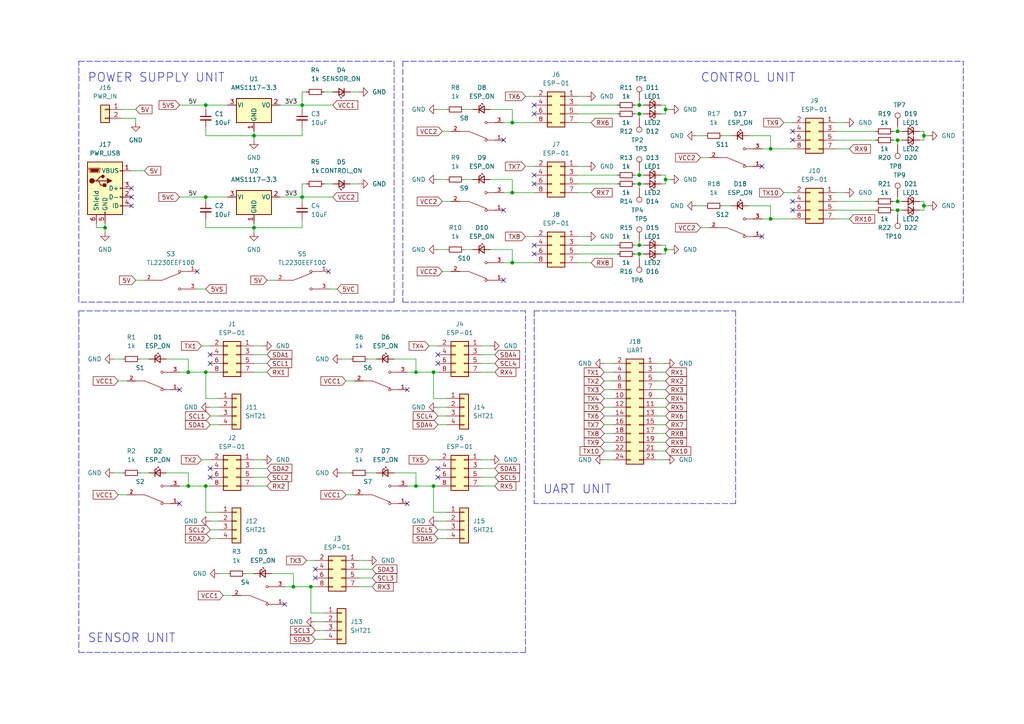
<source format=kicad_sch>
(kicad_sch (version 20211123) (generator eeschema)
  (paper "A4")
  (title_block (title "ESP test board") (date "2022-11-15") (rev "1.0") (company "Paweł Jagowdzik") (comment 1 "IN PROGRESS") (comment 2 "IN PROGRESS") (comment 3 "IN PROGRESS") (comment 4 "IN PROGRESS"))
  (junction (at 185.42 71.12))
  (junction (at 193.04 31.75))
  (junction (at 73.66 39.37))
  (junction (at 267.97 59.69))
  (junction (at 54.61 107.95))
  (junction (at 193.04 72.39))
  (junction (at 120.65 107.95))
  (junction (at 185.42 50.8))
  (junction (at 267.97 39.37))
  (junction (at 59.69 140.97))
  (junction (at 54.61 140.97))
  (junction (at 87.63 30.48))
  (junction (at 59.69 57.15))
  (junction (at 30.48 66.04))
  (junction (at 85.09 170.18))
  (junction (at 260.35 40.64))
  (junction (at 148.59 35.56))
  (junction (at 125.73 140.97))
  (junction (at 120.65 140.97))
  (junction (at 185.42 73.66))
  (junction (at 193.04 52.07))
  (junction (at 125.73 107.95))
  (junction (at 260.35 58.42))
  (junction (at 260.35 38.1))
  (junction (at 90.17 170.18))
  (junction (at 148.59 55.88))
  (junction (at 73.66 66.04))
  (junction (at 260.35 60.96))
  (junction (at 59.69 30.48))
  (junction (at 185.42 53.34))
  (junction (at 223.52 43.18))
  (junction (at 185.42 30.48))
  (junction (at 185.42 33.02))
  (junction (at 59.69 107.95))
  (junction (at 223.52 63.5))
  (junction (at 148.59 76.2))
  (junction (at 87.63 57.15))
  (no_connect (at 91.44 165.1))
  (no_connect (at 60.96 102.87))
  (no_connect (at 220.98 48.26))
  (no_connect (at 118.11 113.03))
  (no_connect (at 229.87 40.64))
  (no_connect (at 220.98 68.58))
  (no_connect (at 146.05 60.96))
  (no_connect (at 60.96 105.41))
  (no_connect (at 127 102.87))
  (no_connect (at 82.55 175.26))
  (no_connect (at 146.05 81.28))
  (no_connect (at 60.96 135.89))
  (no_connect (at 229.87 58.42))
  (no_connect (at 52.07 146.05))
  (no_connect (at 38.1 59.69))
  (no_connect (at 127 138.43))
  (no_connect (at 118.11 146.05))
  (no_connect (at 146.05 40.64))
  (no_connect (at 229.87 60.96))
  (no_connect (at 127 135.89))
  (no_connect (at 38.1 57.15))
  (no_connect (at 52.07 113.03))
  (no_connect (at 91.44 167.64))
  (no_connect (at 154.94 71.12))
  (no_connect (at 154.94 73.66))
  (no_connect (at 57.15 78.74))
  (no_connect (at 154.94 33.02))
  (no_connect (at 229.87 38.1))
  (no_connect (at 95.25 78.74))
  (no_connect (at 154.94 50.8))
  (no_connect (at 127 105.41))
  (no_connect (at 60.96 138.43))
  (no_connect (at 154.94 53.34))
  (no_connect (at 38.1 54.61))
  (no_connect (at 154.94 30.48))
  (wire (pts (xy 260.35 38.1) (xy 261.62 38.1)))
  (wire (pts (xy 66.04 57.15) (xy 59.69 57.15)))
  (wire (pts (xy 73.66 107.95) (xy 77.47 107.95)))
  (wire (pts (xy 142.24 31.75) (xy 148.59 31.75)))
  (wire (pts (xy 193.04 50.8) (xy 193.04 52.07)))
  (wire (pts (xy 91.44 180.34) (xy 93.98 180.34)))
  (wire (pts (xy 242.57 35.56) (xy 245.11 35.56)))
  (wire (pts (xy 52.07 140.97) (xy 54.61 140.97)))
  (wire (pts (xy 201.93 59.69) (xy 204.47 59.69)))
  (wire (pts (xy 259.08 58.42) (xy 260.35 58.42)))
  (wire (pts (xy 73.66 38.1) (xy 73.66 39.37)))
  (wire (pts (xy 59.69 107.95) (xy 60.96 107.95)))
  (wire (pts (xy 142.24 72.39) (xy 148.59 72.39)))
  (wire (pts (xy 223.52 63.5) (xy 229.87 63.5)))
  (wire (pts (xy 73.66 133.35) (xy 76.2 133.35)))
  (wire (pts (xy 193.04 73.66) (xy 191.77 73.66)))
  (wire (pts (xy 259.08 60.96) (xy 260.35 60.96)))
  (wire (pts (xy 193.04 31.75) (xy 193.04 33.02)))
  (wire (pts (xy 167.64 55.88) (xy 171.45 55.88)))
  (wire (pts (xy 85.09 170.18) (xy 90.17 170.18)))
  (wire (pts (xy 127 31.75) (xy 129.54 31.75)))
  (wire (pts (xy 185.42 49.53) (xy 185.42 50.8)))
  (wire (pts (xy 104.14 167.64) (xy 107.95 167.64)))
  (wire (pts (xy 87.63 26.67) (xy 88.9 26.67)))
  (wire (pts (xy 259.08 38.1) (xy 260.35 38.1)))
  (wire (pts (xy 40.64 137.16) (xy 43.18 137.16)))
  (wire (pts (xy 91.44 182.88) (xy 93.98 182.88)))
  (wire (pts (xy 27.94 66.04) (xy 30.48 66.04)))
  (wire (pts (xy 59.69 63.5) (xy 59.69 66.04)))
  (wire (pts (xy 148.59 35.56) (xy 154.94 35.56)))
  (wire (pts (xy 139.7 140.97) (xy 143.51 140.97)))
  (wire (pts (xy 33.02 104.14) (xy 35.56 104.14)))
  (wire (pts (xy 124.46 133.35) (xy 127 133.35)))
  (wire (pts (xy 125.73 115.57) (xy 125.73 107.95)))
  (wire (pts (xy 35.56 31.75) (xy 39.37 31.75)))
  (wire (pts (xy 209.55 59.69) (xy 212.09 59.69)))
  (wire (pts (xy 73.66 105.41) (xy 77.47 105.41)))
  (polyline (pts (xy 22.86 90.17) (xy 152.4 90.17)))
  (wire (pts (xy 118.11 107.95) (xy 120.65 107.95)))
  (wire (pts (xy 185.42 53.34) (xy 186.69 53.34)))
  (wire (pts (xy 87.63 30.48) (xy 87.63 31.75)))
  (wire (pts (xy 59.69 39.37) (xy 73.66 39.37)))
  (wire (pts (xy 100.33 143.51) (xy 102.87 143.51)))
  (wire (pts (xy 227.33 35.56) (xy 229.87 35.56)))
  (wire (pts (xy 167.64 76.2) (xy 171.45 76.2)))
  (wire (pts (xy 59.69 66.04) (xy 73.66 66.04)))
  (wire (pts (xy 93.98 26.67) (xy 96.52 26.67)))
  (wire (pts (xy 260.35 57.15) (xy 260.35 58.42)))
  (wire (pts (xy 52.07 107.95) (xy 54.61 107.95)))
  (wire (pts (xy 104.14 162.56) (xy 106.68 162.56)))
  (wire (pts (xy 190.5 120.65) (xy 193.04 120.65)))
  (wire (pts (xy 73.66 66.04) (xy 73.66 67.31)))
  (wire (pts (xy 190.5 107.95) (xy 193.04 107.95)))
  (wire (pts (xy 185.42 69.85) (xy 185.42 71.12)))
  (wire (pts (xy 167.64 53.34) (xy 179.07 53.34)))
  (wire (pts (xy 223.52 39.37) (xy 223.52 43.18)))
  (polyline (pts (xy 116.84 87.63) (xy 279.4 87.63)))
  (wire (pts (xy 242.57 40.64) (xy 254 40.64)))
  (wire (pts (xy 193.04 71.12) (xy 193.04 72.39)))
  (wire (pts (xy 73.66 100.33) (xy 76.2 100.33)))
  (wire (pts (xy 95.25 83.82) (xy 97.79 83.82)))
  (wire (pts (xy 39.37 34.29) (xy 39.37 35.56)))
  (wire (pts (xy 106.68 137.16) (xy 109.22 137.16)))
  (wire (pts (xy 34.29 110.49) (xy 36.83 110.49)))
  (wire (pts (xy 267.97 39.37) (xy 267.97 40.64)))
  (wire (pts (xy 185.42 73.66) (xy 185.42 74.93)))
  (wire (pts (xy 59.69 57.15) (xy 59.69 58.42)))
  (wire (pts (xy 30.48 64.77) (xy 30.48 66.04)))
  (wire (pts (xy 203.2 45.72) (xy 205.74 45.72)))
  (wire (pts (xy 120.65 107.95) (xy 125.73 107.95)))
  (wire (pts (xy 93.98 53.34) (xy 96.52 53.34)))
  (wire (pts (xy 193.04 72.39) (xy 193.04 73.66)))
  (polyline (pts (xy 279.4 87.63) (xy 279.4 17.78)))
  (wire (pts (xy 134.62 52.07) (xy 137.16 52.07)))
  (wire (pts (xy 85.09 166.37) (xy 85.09 170.18)))
  (wire (pts (xy 48.26 104.14) (xy 54.61 104.14)))
  (polyline (pts (xy 152.4 189.23) (xy 152.4 90.17)))
  (wire (pts (xy 193.04 53.34) (xy 191.77 53.34)))
  (polyline (pts (xy 114.3 17.78) (xy 114.3 87.63)))
  (wire (pts (xy 217.17 59.69) (xy 223.52 59.69)))
  (wire (pts (xy 78.74 166.37) (xy 85.09 166.37)))
  (wire (pts (xy 175.26 107.95) (xy 177.8 107.95)))
  (wire (pts (xy 152.4 68.58) (xy 154.94 68.58)))
  (wire (pts (xy 139.7 105.41) (xy 143.51 105.41)))
  (wire (pts (xy 190.5 110.49) (xy 193.04 110.49)))
  (wire (pts (xy 60.96 151.13) (xy 63.5 151.13)))
  (wire (pts (xy 266.7 38.1) (xy 267.97 38.1)))
  (wire (pts (xy 193.04 31.75) (xy 194.31 31.75)))
  (wire (pts (xy 267.97 58.42) (xy 267.97 59.69)))
  (wire (pts (xy 73.66 102.87) (xy 77.47 102.87)))
  (wire (pts (xy 87.63 57.15) (xy 87.63 53.34)))
  (wire (pts (xy 63.5 115.57) (xy 59.69 115.57)))
  (wire (pts (xy 152.4 27.94) (xy 154.94 27.94)))
  (wire (pts (xy 167.64 30.48) (xy 179.07 30.48)))
  (wire (pts (xy 267.97 60.96) (xy 266.7 60.96)))
  (wire (pts (xy 184.15 50.8) (xy 185.42 50.8)))
  (wire (pts (xy 148.59 76.2) (xy 154.94 76.2)))
  (wire (pts (xy 87.63 53.34) (xy 88.9 53.34)))
  (wire (pts (xy 167.64 35.56) (xy 171.45 35.56)))
  (wire (pts (xy 73.66 66.04) (xy 87.63 66.04)))
  (wire (pts (xy 73.66 64.77) (xy 73.66 66.04)))
  (wire (pts (xy 87.63 30.48) (xy 96.52 30.48)))
  (wire (pts (xy 104.14 170.18) (xy 107.95 170.18)))
  (wire (pts (xy 148.59 55.88) (xy 154.94 55.88)))
  (wire (pts (xy 184.15 71.12) (xy 185.42 71.12)))
  (wire (pts (xy 139.7 135.89) (xy 143.51 135.89)))
  (wire (pts (xy 148.59 72.39) (xy 148.59 76.2)))
  (wire (pts (xy 260.35 40.64) (xy 261.62 40.64)))
  (wire (pts (xy 118.11 140.97) (xy 120.65 140.97)))
  (polyline (pts (xy 22.86 189.23) (xy 152.4 189.23)))
  (wire (pts (xy 201.93 39.37) (xy 204.47 39.37)))
  (wire (pts (xy 148.59 52.07) (xy 148.59 55.88)))
  (wire (pts (xy 175.26 125.73) (xy 177.8 125.73)))
  (wire (pts (xy 38.1 49.53) (xy 41.91 49.53)))
  (wire (pts (xy 167.64 33.02) (xy 179.07 33.02)))
  (wire (pts (xy 125.73 107.95) (xy 127 107.95)))
  (wire (pts (xy 58.42 100.33) (xy 60.96 100.33)))
  (wire (pts (xy 260.35 36.83) (xy 260.35 38.1)))
  (wire (pts (xy 73.66 140.97) (xy 77.47 140.97)))
  (wire (pts (xy 220.98 63.5) (xy 223.52 63.5)))
  (wire (pts (xy 63.5 166.37) (xy 66.04 166.37)))
  (wire (pts (xy 193.04 33.02) (xy 191.77 33.02)))
  (wire (pts (xy 48.26 137.16) (xy 54.61 137.16)))
  (wire (pts (xy 242.57 60.96) (xy 254 60.96)))
  (wire (pts (xy 139.7 107.95) (xy 143.51 107.95)))
  (wire (pts (xy 125.73 140.97) (xy 127 140.97)))
  (wire (pts (xy 82.55 170.18) (xy 85.09 170.18)))
  (wire (pts (xy 259.08 40.64) (xy 260.35 40.64)))
  (wire (pts (xy 128.27 58.42) (xy 130.81 58.42)))
  (wire (pts (xy 91.44 185.42) (xy 93.98 185.42)))
  (wire (pts (xy 127 52.07) (xy 129.54 52.07)))
  (wire (pts (xy 73.66 39.37) (xy 87.63 39.37)))
  (wire (pts (xy 190.5 133.35) (xy 193.04 133.35)))
  (wire (pts (xy 152.4 48.26) (xy 154.94 48.26)))
  (wire (pts (xy 27.94 64.77) (xy 27.94 66.04)))
  (wire (pts (xy 139.7 100.33) (xy 142.24 100.33)))
  (polyline (pts (xy 213.36 146.05) (xy 154.94 146.05)))
  (wire (pts (xy 134.62 72.39) (xy 137.16 72.39)))
  (polyline (pts (xy 116.84 17.78) (xy 116.84 87.63)))
  (wire (pts (xy 167.64 27.94) (xy 170.18 27.94)))
  (wire (pts (xy 223.52 59.69) (xy 223.52 63.5)))
  (wire (pts (xy 100.33 110.49) (xy 102.87 110.49)))
  (wire (pts (xy 242.57 63.5) (xy 246.38 63.5)))
  (wire (pts (xy 175.26 110.49) (xy 177.8 110.49)))
  (wire (pts (xy 134.62 31.75) (xy 137.16 31.75)))
  (wire (pts (xy 260.35 60.96) (xy 260.35 62.23)))
  (wire (pts (xy 190.5 118.11) (xy 193.04 118.11)))
  (wire (pts (xy 184.15 73.66) (xy 185.42 73.66)))
  (wire (pts (xy 227.33 55.88) (xy 229.87 55.88)))
  (wire (pts (xy 193.04 52.07) (xy 193.04 53.34)))
  (wire (pts (xy 60.96 153.67) (xy 63.5 153.67)))
  (wire (pts (xy 52.07 57.15) (xy 59.69 57.15)))
  (wire (pts (xy 260.35 58.42) (xy 261.62 58.42)))
  (wire (pts (xy 185.42 29.21) (xy 185.42 30.48)))
  (wire (pts (xy 125.73 148.59) (xy 125.73 140.97)))
  (wire (pts (xy 59.69 36.83) (xy 59.69 39.37)))
  (wire (pts (xy 60.96 118.11) (xy 63.5 118.11)))
  (wire (pts (xy 185.42 33.02) (xy 186.69 33.02)))
  (wire (pts (xy 90.17 170.18) (xy 91.44 170.18)))
  (wire (pts (xy 73.66 138.43) (xy 77.47 138.43)))
  (wire (pts (xy 175.26 115.57) (xy 177.8 115.57)))
  (wire (pts (xy 104.14 165.1) (xy 107.95 165.1)))
  (wire (pts (xy 175.26 123.19) (xy 177.8 123.19)))
  (wire (pts (xy 167.64 73.66) (xy 179.07 73.66)))
  (wire (pts (xy 54.61 140.97) (xy 59.69 140.97)))
  (wire (pts (xy 185.42 30.48) (xy 186.69 30.48)))
  (wire (pts (xy 267.97 59.69) (xy 269.24 59.69)))
  (polyline (pts (xy 22.86 17.78) (xy 114.3 17.78)))
  (wire (pts (xy 59.69 115.57) (xy 59.69 107.95)))
  (wire (pts (xy 209.55 39.37) (xy 212.09 39.37)))
  (wire (pts (xy 142.24 52.07) (xy 148.59 52.07)))
  (wire (pts (xy 87.63 30.48) (xy 87.63 26.67)))
  (wire (pts (xy 34.29 143.51) (xy 36.83 143.51)))
  (wire (pts (xy 114.3 137.16) (xy 120.65 137.16)))
  (wire (pts (xy 146.05 55.88) (xy 148.59 55.88)))
  (polyline (pts (xy 114.3 87.63) (xy 22.86 87.63)))
  (wire (pts (xy 167.64 48.26) (xy 170.18 48.26)))
  (wire (pts (xy 175.26 133.35) (xy 177.8 133.35)))
  (wire (pts (xy 190.5 113.03) (xy 193.04 113.03)))
  (wire (pts (xy 167.64 71.12) (xy 179.07 71.12)))
  (wire (pts (xy 190.5 105.41) (xy 193.04 105.41)))
  (wire (pts (xy 99.06 104.14) (xy 101.6 104.14)))
  (wire (pts (xy 87.63 57.15) (xy 87.63 58.42)))
  (wire (pts (xy 167.64 68.58) (xy 170.18 68.58)))
  (wire (pts (xy 185.42 73.66) (xy 186.69 73.66)))
  (wire (pts (xy 148.59 31.75) (xy 148.59 35.56)))
  (wire (pts (xy 64.77 172.72) (xy 67.31 172.72)))
  (wire (pts (xy 40.64 104.14) (xy 43.18 104.14)))
  (wire (pts (xy 193.04 72.39) (xy 194.31 72.39)))
  (wire (pts (xy 175.26 128.27) (xy 177.8 128.27)))
  (wire (pts (xy 191.77 30.48) (xy 193.04 30.48)))
  (wire (pts (xy 167.64 50.8) (xy 179.07 50.8)))
  (wire (pts (xy 52.07 30.48) (xy 59.69 30.48)))
  (wire (pts (xy 60.96 156.21) (xy 63.5 156.21)))
  (polyline (pts (xy 116.84 17.78) (xy 279.4 17.78)))
  (wire (pts (xy 87.63 66.04) (xy 87.63 63.5)))
  (wire (pts (xy 88.9 162.56) (xy 91.44 162.56)))
  (wire (pts (xy 87.63 57.15) (xy 96.52 57.15)))
  (wire (pts (xy 127 123.19) (xy 129.54 123.19)))
  (wire (pts (xy 30.48 66.04) (xy 30.48 67.31)))
  (wire (pts (xy 120.65 140.97) (xy 125.73 140.97)))
  (wire (pts (xy 185.42 71.12) (xy 186.69 71.12)))
  (wire (pts (xy 193.04 30.48) (xy 193.04 31.75)))
  (wire (pts (xy 33.02 137.16) (xy 35.56 137.16)))
  (wire (pts (xy 58.42 133.35) (xy 60.96 133.35)))
  (wire (pts (xy 59.69 148.59) (xy 59.69 140.97)))
  (wire (pts (xy 120.65 104.14) (xy 120.65 107.95)))
  (wire (pts (xy 57.15 83.82) (xy 59.69 83.82)))
  (wire (pts (xy 39.37 81.28) (xy 41.91 81.28)))
  (wire (pts (xy 242.57 55.88) (xy 245.11 55.88)))
  (wire (pts (xy 127 151.13) (xy 129.54 151.13)))
  (wire (pts (xy 190.5 125.73) (xy 193.04 125.73)))
  (wire (pts (xy 175.26 120.65) (xy 177.8 120.65)))
  (wire (pts (xy 87.63 39.37) (xy 87.63 36.83)))
  (wire (pts (xy 106.68 104.14) (xy 109.22 104.14)))
  (wire (pts (xy 60.96 120.65) (xy 63.5 120.65)))
  (wire (pts (xy 146.05 76.2) (xy 148.59 76.2)))
  (wire (pts (xy 191.77 50.8) (xy 193.04 50.8)))
  (wire (pts (xy 54.61 104.14) (xy 54.61 107.95)))
  (wire (pts (xy 54.61 107.95) (xy 59.69 107.95)))
  (wire (pts (xy 101.6 26.67) (xy 104.14 26.67)))
  (wire (pts (xy 54.61 137.16) (xy 54.61 140.97)))
  (wire (pts (xy 127 153.67) (xy 129.54 153.67)))
  (wire (pts (xy 260.35 40.64) (xy 260.35 41.91)))
  (wire (pts (xy 184.15 30.48) (xy 185.42 30.48)))
  (wire (pts (xy 217.17 39.37) (xy 223.52 39.37)))
  (wire (pts (xy 185.42 50.8) (xy 186.69 50.8)))
  (wire (pts (xy 220.98 43.18) (xy 223.52 43.18)))
  (wire (pts (xy 267.97 39.37) (xy 269.24 39.37)))
  (polyline (pts (xy 154.94 90.17) (xy 154.94 146.05)))
  (wire (pts (xy 35.56 34.29) (xy 39.37 34.29)))
  (wire (pts (xy 73.66 39.37) (xy 73.66 40.64)))
  (wire (pts (xy 127 156.21) (xy 129.54 156.21)))
  (wire (pts (xy 175.26 130.81) (xy 177.8 130.81)))
  (wire (pts (xy 242.57 58.42) (xy 254 58.42)))
  (wire (pts (xy 193.04 52.07) (xy 194.31 52.07)))
  (wire (pts (xy 203.2 66.04) (xy 205.74 66.04)))
  (wire (pts (xy 77.47 81.28) (xy 80.01 81.28)))
  (wire (pts (xy 66.04 30.48) (xy 59.69 30.48)))
  (wire (pts (xy 63.5 148.59) (xy 59.69 148.59)))
  (polyline (pts (xy 22.86 90.17) (xy 22.86 189.23)))
  (wire (pts (xy 81.28 57.15) (xy 87.63 57.15)))
  (wire (pts (xy 267.97 59.69) (xy 267.97 60.96)))
  (wire (pts (xy 175.26 118.11) (xy 177.8 118.11)))
  (wire (pts (xy 146.05 35.56) (xy 148.59 35.56)))
  (wire (pts (xy 81.28 30.48) (xy 87.63 30.48)))
  (wire (pts (xy 59.69 30.48) (xy 59.69 31.75)))
  (wire (pts (xy 267.97 40.64) (xy 266.7 40.64)))
  (wire (pts (xy 139.7 133.35) (xy 142.24 133.35)))
  (wire (pts (xy 114.3 104.14) (xy 120.65 104.14)))
  (polyline (pts (xy 22.86 87.63) (xy 22.86 17.78)))
  (wire (pts (xy 223.52 43.18) (xy 229.87 43.18)))
  (wire (pts (xy 191.77 71.12) (xy 193.04 71.12)))
  (wire (pts (xy 59.69 140.97) (xy 60.96 140.97)))
  (wire (pts (xy 190.5 128.27) (xy 193.04 128.27)))
  (wire (pts (xy 93.98 177.8) (xy 90.17 177.8)))
  (wire (pts (xy 267.97 38.1) (xy 267.97 39.37)))
  (wire (pts (xy 185.42 53.34) (xy 185.42 54.61)))
  (wire (pts (xy 73.66 135.89) (xy 77.47 135.89)))
  (wire (pts (xy 101.6 53.34) (xy 104.14 53.34)))
  (wire (pts (xy 175.26 113.03) (xy 177.8 113.03)))
  (wire (pts (xy 71.12 166.37) (xy 73.66 166.37)))
  (wire (pts (xy 185.42 33.02) (xy 185.42 34.29)))
  (wire (pts (xy 127 118.11) (xy 129.54 118.11)))
  (wire (pts (xy 90.17 177.8) (xy 90.17 170.18)))
  (polyline (pts (xy 154.94 90.17) (xy 213.36 90.17)))
  (polyline (pts (xy 213.36 90.17) (xy 213.36 146.05)))
  (wire (pts (xy 120.65 137.16) (xy 120.65 140.97)))
  (wire (pts (xy 129.54 115.57) (xy 125.73 115.57)))
  (wire (pts (xy 60.96 123.19) (xy 63.5 123.19)))
  (wire (pts (xy 99.06 137.16) (xy 101.6 137.16)))
  (wire (pts (xy 242.57 43.18) (xy 246.38 43.18)))
  (wire (pts (xy 242.57 38.1) (xy 254 38.1)))
  (wire (pts (xy 127 120.65) (xy 129.54 120.65)))
  (wire (pts (xy 190.5 130.81) (xy 193.04 130.81)))
  (wire (pts (xy 128.27 78.74) (xy 130.81 78.74)))
  (wire (pts (xy 139.7 138.43) (xy 143.51 138.43)))
  (wire (pts (xy 190.5 123.19) (xy 193.04 123.19)))
  (wire (pts (xy 190.5 115.57) (xy 193.04 115.57)))
  (wire (pts (xy 184.15 33.02) (xy 185.42 33.02)))
  (wire (pts (xy 266.7 58.42) (xy 267.97 58.42)))
  (wire (pts (xy 260.35 60.96) (xy 261.62 60.96)))
  (wire (pts (xy 184.15 53.34) (xy 185.42 53.34)))
  (wire (pts (xy 129.54 148.59) (xy 125.73 148.59)))
  (wire (pts (xy 139.7 102.87) (xy 143.51 102.87)))
  (wire (pts (xy 124.46 100.33) (xy 127 100.33)))
  (wire (pts (xy 127 72.39) (xy 129.54 72.39)))
  (wire (pts (xy 128.27 38.1) (xy 130.81 38.1)))
  (wire (pts (xy 175.26 105.41) (xy 177.8 105.41)))
  (text "SENSOR UNIT" (at 25.4 186.69 0) (effects (font (size 2.54 2.54)) (justify left bottom)))
  (text "UART UNIT" (at 157.48 143.51 0) (effects (font (size 2.54 2.54)) (justify left bottom)))
  (text "POWER SUPPLY UNIT" (at 25.4 24.13 0) (effects (font (size 2.54 2.54)) (justify left bottom)))
  (text "CONTROL UNIT" (at 203.2 24.13 0) (effects (font (size 2.54 2.54)) (justify left bottom)))
  (label "5V" (at 54.61 30.48 0))
  (label "3V3" (at 82.55 30.48 0))
  (label "3V3" (at 82.55 57.15 0))
  (label "5V" (at 54.61 57.15 0))
  (global_label "SCL3" (shape input) (at 107.95 167.64 0) (property "Intersheet References" "${INTERSHEET_REFS}" (effects hide)))
  (global_label "TX6" (shape input) (at 175.26 120.65 180) (property "Intersheet References" "${INTERSHEET_REFS}" (effects hide)))
  (global_label "5V" (shape input) (at 39.37 31.75 0) (property "Intersheet References" "${INTERSHEET_REFS}" (effects hide)))
  (global_label "TX3" (shape input) (at 88.9 162.56 180) (property "Intersheet References" "${INTERSHEET_REFS}" (effects hide)))
  (global_label "SDA5" (shape input) (at 127 156.21 180) (property "Intersheet References" "${INTERSHEET_REFS}" (effects hide)))
  (global_label "RX8" (shape input) (at 171.45 76.2 0) (property "Intersheet References" "${INTERSHEET_REFS}" (effects hide)))
  (global_label "TX4" (shape input) (at 175.26 115.57 180) (property "Intersheet References" "${INTERSHEET_REFS}" (effects hide)))
  (global_label "VCC1" (shape input) (at 100.33 110.49 180) (property "Intersheet References" "${INTERSHEET_REFS}" (effects hide)))
  (global_label "RX1" (shape input) (at 77.47 107.95 0) (property "Intersheet References" "${INTERSHEET_REFS}" (effects hide)))
  (global_label "TX8" (shape input) (at 152.4 68.58 180) (property "Intersheet References" "${INTERSHEET_REFS}" (effects hide)))
  (global_label "TX1" (shape input) (at 58.42 100.33 180) (property "Intersheet References" "${INTERSHEET_REFS}" (effects hide)))
  (global_label "RX6" (shape input) (at 171.45 35.56 0) (property "Intersheet References" "${INTERSHEET_REFS}" (effects hide)))
  (global_label "VCC2" (shape input) (at 128.27 38.1 180) (property "Intersheet References" "${INTERSHEET_REFS}" (effects hide)))
  (global_label "TX1" (shape input) (at 175.26 107.95 180) (property "Intersheet References" "${INTERSHEET_REFS}" (effects hide)))
  (global_label "5V" (shape input) (at 77.47 81.28 180) (property "Intersheet References" "${INTERSHEET_REFS}" (effects hide)))
  (global_label "TX10" (shape input) (at 175.26 130.81 180) (property "Intersheet References" "${INTERSHEET_REFS}" (effects hide)))
  (global_label "SDA4" (shape input) (at 143.51 102.87 0) (property "Intersheet References" "${INTERSHEET_REFS}" (effects hide)))
  (global_label "TX9" (shape input) (at 227.33 35.56 180) (property "Intersheet References" "${INTERSHEET_REFS}" (effects hide)))
  (global_label "SDA2" (shape input) (at 60.96 156.21 180) (property "Intersheet References" "${INTERSHEET_REFS}" (effects hide)))
  (global_label "SCL1" (shape input) (at 60.96 120.65 180) (property "Intersheet References" "${INTERSHEET_REFS}" (effects hide)))
  (global_label "VCC1" (shape input) (at 34.29 143.51 180) (property "Intersheet References" "${INTERSHEET_REFS}" (effects hide)))
  (global_label "SCL2" (shape input) (at 60.96 153.67 180) (property "Intersheet References" "${INTERSHEET_REFS}" (effects hide)))
  (global_label "TX7" (shape input) (at 175.26 123.19 180) (property "Intersheet References" "${INTERSHEET_REFS}" (effects hide)))
  (global_label "5VS" (shape input) (at 52.07 30.48 180) (property "Intersheet References" "${INTERSHEET_REFS}" (effects hide)))
  (global_label "RX4" (shape input) (at 193.04 115.57 0) (property "Intersheet References" "${INTERSHEET_REFS}" (effects hide)))
  (global_label "SCL4" (shape input) (at 143.51 105.41 0) (property "Intersheet References" "${INTERSHEET_REFS}" (effects hide)))
  (global_label "SCL5" (shape input) (at 127 153.67 180) (property "Intersheet References" "${INTERSHEET_REFS}" (effects hide)))
  (global_label "VCC1" (shape input) (at 100.33 143.51 180) (property "Intersheet References" "${INTERSHEET_REFS}" (effects hide)))
  (global_label "5VS" (shape input) (at 59.69 83.82 0) (property "Intersheet References" "${INTERSHEET_REFS}" (effects hide)))
  (global_label "VCC2" (shape input) (at 96.52 57.15 0) (property "Intersheet References" "${INTERSHEET_REFS}" (effects hide)))
  (global_label "RX5" (shape input) (at 193.04 118.11 0) (property "Intersheet References" "${INTERSHEET_REFS}" (effects hide)))
  (global_label "5V" (shape input) (at 41.91 49.53 0) (property "Intersheet References" "${INTERSHEET_REFS}" (effects hide)))
  (global_label "TX2" (shape input) (at 175.26 110.49 180) (property "Intersheet References" "${INTERSHEET_REFS}" (effects hide)))
  (global_label "5V" (shape input) (at 39.37 81.28 180) (property "Intersheet References" "${INTERSHEET_REFS}" (effects hide)))
  (global_label "RX1" (shape input) (at 193.04 107.95 0) (property "Intersheet References" "${INTERSHEET_REFS}" (effects hide)))
  (global_label "TX4" (shape input) (at 124.46 100.33 180) (property "Intersheet References" "${INTERSHEET_REFS}" (effects hide)))
  (global_label "TX6" (shape input) (at 152.4 27.94 180) (property "Intersheet References" "${INTERSHEET_REFS}" (effects hide)))
  (global_label "RX8" (shape input) (at 193.04 125.73 0) (property "Intersheet References" "${INTERSHEET_REFS}" (effects hide)))
  (global_label "RX10" (shape input) (at 193.04 130.81 0) (property "Intersheet References" "${INTERSHEET_REFS}" (effects hide)))
  (global_label "RX9" (shape input) (at 193.04 128.27 0) (property "Intersheet References" "${INTERSHEET_REFS}" (effects hide)))
  (global_label "TX2" (shape input) (at 58.42 133.35 180) (property "Intersheet References" "${INTERSHEET_REFS}" (effects hide)))
  (global_label "SCL2" (shape input) (at 77.47 138.43 0) (property "Intersheet References" "${INTERSHEET_REFS}" (effects hide)))
  (global_label "SDA1" (shape input) (at 77.47 102.87 0) (property "Intersheet References" "${INTERSHEET_REFS}" (effects hide)))
  (global_label "TX5" (shape input) (at 175.26 118.11 180) (property "Intersheet References" "${INTERSHEET_REFS}" (effects hide)))
  (global_label "VCC2" (shape input) (at 128.27 78.74 180) (property "Intersheet References" "${INTERSHEET_REFS}" (effects hide)))
  (global_label "SDA1" (shape input) (at 60.96 123.19 180) (property "Intersheet References" "${INTERSHEET_REFS}" (effects hide)))
  (global_label "TX10" (shape input) (at 227.33 55.88 180) (property "Intersheet References" "${INTERSHEET_REFS}" (effects hide)))
  (global_label "RX3" (shape input) (at 193.04 113.03 0) (property "Intersheet References" "${INTERSHEET_REFS}" (effects hide)))
  (global_label "TX3" (shape input) (at 175.26 113.03 180) (property "Intersheet References" "${INTERSHEET_REFS}" (effects hide)))
  (global_label "SDA5" (shape input) (at 143.51 135.89 0) (property "Intersheet References" "${INTERSHEET_REFS}" (effects hide)))
  (global_label "5VC" (shape input) (at 52.07 57.15 180) (property "Intersheet References" "${INTERSHEET_REFS}" (effects hide)))
  (global_label "SCL1" (shape input) (at 77.47 105.41 0) (property "Intersheet References" "${INTERSHEET_REFS}" (effects hide)))
  (global_label "SCL4" (shape input) (at 127 120.65 180) (property "Intersheet References" "${INTERSHEET_REFS}" (effects hide)))
  (global_label "TX9" (shape input) (at 175.26 128.27 180) (property "Intersheet References" "${INTERSHEET_REFS}" (effects hide)))
  (global_label "VCC2" (shape input) (at 203.2 45.72 180) (property "Intersheet References" "${INTERSHEET_REFS}" (effects hide)))
  (global_label "SCL5" (shape input) (at 143.51 138.43 0) (property "Intersheet References" "${INTERSHEET_REFS}" (effects hide)))
  (global_label "SDA4" (shape input) (at 127 123.19 180) (property "Intersheet References" "${INTERSHEET_REFS}" (effects hide)))
  (global_label "RX7" (shape input) (at 193.04 123.19 0) (property "Intersheet References" "${INTERSHEET_REFS}" (effects hide)))
  (global_label "TX5" (shape input) (at 124.46 133.35 180) (property "Intersheet References" "${INTERSHEET_REFS}" (effects hide)))
  (global_label "SDA3" (shape input) (at 107.95 165.1 0) (property "Intersheet References" "${INTERSHEET_REFS}" (effects hide)))
  (global_label "RX3" (shape input) (at 107.95 170.18 0) (property "Intersheet References" "${INTERSHEET_REFS}" (effects hide)))
  (global_label "VCC1" (shape input) (at 34.29 110.49 180) (property "Intersheet References" "${INTERSHEET_REFS}" (effects hide)))
  (global_label "5VC" (shape input) (at 97.79 83.82 0) (property "Intersheet References" "${INTERSHEET_REFS}" (effects hide)))
  (global_label "RX10" (shape input) (at 246.38 63.5 0) (property "Intersheet References" "${INTERSHEET_REFS}" (effects hide)))
  (global_label "RX2" (shape input) (at 77.47 140.97 0) (property "Intersheet References" "${INTERSHEET_REFS}" (effects hide)))
  (global_label "RX5" (shape input) (at 143.51 140.97 0) (property "Intersheet References" "${INTERSHEET_REFS}" (effects hide)))
  (global_label "SDA3" (shape input) (at 91.44 185.42 180) (property "Intersheet References" "${INTERSHEET_REFS}" (effects hide)))
  (global_label "RX2" (shape input) (at 193.04 110.49 0) (property "Intersheet References" "${INTERSHEET_REFS}" (effects hide)))
  (global_label "VCC1" (shape input) (at 96.52 30.48 0) (property "Intersheet References" "${INTERSHEET_REFS}" (effects hide)))
  (global_label "RX6" (shape input) (at 193.04 120.65 0) (property "Intersheet References" "${INTERSHEET_REFS}" (effects hide)))
  (global_label "TX7" (shape input) (at 152.4 48.26 180) (property "Intersheet References" "${INTERSHEET_REFS}" (effects hide)))
  (global_label "SDA2" (shape input) (at 77.47 135.89 0) (property "Intersheet References" "${INTERSHEET_REFS}" (effects hide)))
  (global_label "TX8" (shape input) (at 175.26 125.73 180) (property "Intersheet References" "${INTERSHEET_REFS}" (effects hide)))
  (global_label "RX7" (shape input) (at 171.45 55.88 0) (property "Intersheet References" "${INTERSHEET_REFS}" (effects hide)))
  (global_label "VCC1" (shape input) (at 64.77 172.72 180) (property "Intersheet References" "${INTERSHEET_REFS}" (effects hide)))
  (global_label "SCL3" (shape input) (at 91.44 182.88 180) (property "Intersheet References" "${INTERSHEET_REFS}" (effects hide)))
  (global_label "RX4" (shape input) (at 143.51 107.95 0) (property "Intersheet References" "${INTERSHEET_REFS}" (effects hide)))
  (global_label "RX9" (shape input) (at 246.38 43.18 0) (property "Intersheet References" "${INTERSHEET_REFS}" (effects hide)))
  (global_label "VCC2" (shape input) (at 203.2 66.04 180) (property "Intersheet References" "${INTERSHEET_REFS}" (effects hide)))
  (global_label "VCC2" (shape input) (at 128.27 58.42 180) (property "Intersheet References" "${INTERSHEET_REFS}" (effects hide)))
  (symbol (lib_id "Connector_Generic:Conn_02x04_Odd_Even") (at 68.58 135.89 0) (mirror y) (unit 1)
    (property "Reference" "J2" (at 67.31 127 0))
    (property "Value" "ESP-01" (at 67.31 129.54 0))
    (property "Footprint" "Connector_PinSocket_2.54mm:PinSocket_2x04_P2.54mm_Vertical" (effects hide))
  )
  (symbol (lib_id "Connector:TestPoint") (at 260.35 62.23 180) (unit 1)
    (property "Reference" "TP10" (at 261.62 68.58 0) (effects (justify left)))
    (property "Value" " " (at 255.27 69.85 0) (effects (justify left)))
    (property "Footprint" "Connector_PinHeader_2.54mm:PinHeader_1x01_P2.54mm_Vertical" (effects hide))
  )
  (symbol (lib_id "power:GND") (at 39.37 35.56 0) (unit 1)
    (property "Reference" "#PWR04" (effects hide))
    (property "Value" "GND" (at 39.37 40.64 0))
  )
  (symbol (lib_id "Connector:TestPoint") (at 260.35 36.83 0) (unit 1)
    (property "Reference" "TP7" (at 259.08 30.48 0) (effects (justify left)))
    (property "Value" " " (at 265.43 29.21 0) (effects (justify left)))
    (property "Footprint" "Connector_PinHeader_2.54mm:PinHeader_1x01_P2.54mm_Vertical" (effects hide))
  )
  (symbol (lib_id "Device:R_Small") (at 91.44 53.34 90) (unit 1)
    (property "Reference" "R5" (at 91.44 46.99 90))
    (property "Value" "1k" (at 91.44 49.53 90))
    (property "Footprint" "Resistor_SMD:R_1206_3216Metric" (effects hide))
  )
  (symbol (lib_id "Connector:TestPoint") (at 185.42 74.93 180) (unit 1)
    (property "Reference" "TP6" (at 186.69 81.28 0) (effects (justify left)))
    (property "Value" " " (at 180.34 82.55 0) (effects (justify left)))
    (property "Footprint" "Connector_PinHeader_2.54mm:PinHeader_1x01_P2.54mm_Vertical" (effects hide))
  )
  (symbol (lib_id "power:GND") (at 127 118.11 270) (unit 1)
    (property "Reference" "#PWR021" (effects hide))
    (property "Value" "GND" (at 119.38 118.11 90) (effects (justify left)))
  )
  (symbol (lib_id "Device:LED_Small") (at 214.63 59.69 0) (unit 1)
    (property "Reference" "D18" (at 214.6935 53.34 0))
    (property "Value" "ESP_ON" (at 214.6935 55.88 0))
    (property "Footprint" "LED_SMD:LED_1206_3216Metric" (effects hide))
  )
  (symbol (lib_id "Connector_Generic:Conn_02x12_Odd_Even") (at 185.42 118.11 0) (mirror y) (unit 1)
    (property "Reference" "J18" (at 184.15 99.06 0))
    (property "Value" "UART" (at 184.15 101.6 0))
    (property "Footprint" "Connector_PinSocket_2.54mm:PinSocket_2x12_P2.54mm_Vertical" (effects hide))
  )
  (symbol (lib_id "Device:R_Small") (at 256.54 40.64 270) (unit 1)
    (property "Reference" "R20" (at 256.54 45.72 90))
    (property "Value" "1k" (at 256.54 43.18 90))
    (property "Footprint" "Resistor_SMD:R_1206_3216Metric" (effects hide))
  )
  (symbol (lib_id "Connector:TestPoint") (at 185.42 29.21 0) (unit 1)
    (property "Reference" "TP1" (at 184.15 22.86 0) (effects (justify left)))
    (property "Value" " " (at 190.5 21.59 0) (effects (justify left)))
    (property "Footprint" "Connector_PinHeader_2.54mm:PinHeader_1x01_P2.54mm_Vertical" (effects hide))
  )
  (symbol (lib_id "Connector_Generic:Conn_01x04") (at 134.62 118.11 0) (unit 1)
    (property "Reference" "J14" (at 137.16 118.1099 0) (effects (justify left)))
    (property "Value" "SHT21" (at 137.16 120.6499 0) (effects (justify left)))
    (property "Footprint" "Connector_PinSocket_2.54mm:PinSocket_1x04_P2.54mm_Vertical" (effects hide))
  )
  (symbol (lib_id "power:GND") (at 194.31 31.75 90) (unit 1)
    (property "Reference" "#PWR032" (effects hide))
    (property "Value" "GND" (at 198.12 31.7499 90) (effects (justify right)))
  )
  (symbol (lib_id "power:GND") (at 142.24 100.33 90) (unit 1)
    (property "Reference" "#PWR023" (effects hide))
    (property "Value" "GND" (at 146.05 100.3299 90) (effects (justify right)))
  )
  (symbol (lib_id "Connector_Generic:Conn_02x04_Odd_Even") (at 68.58 102.87 0) (mirror y) (unit 1)
    (property "Reference" "J1" (at 67.31 93.98 0))
    (property "Value" "ESP-01" (at 67.31 96.52 0))
    (property "Footprint" "Connector_PinSocket_2.54mm:PinSocket_2x04_P2.54mm_Vertical" (effects hide))
  )
  (symbol (lib_id "power:GND") (at 170.18 68.58 90) (unit 1)
    (property "Reference" "#PWR027" (effects hide))
    (property "Value" "GND" (at 173.99 68.5799 90) (effects (justify right)))
  )
  (symbol (lib_id "power:GND") (at 63.5 166.37 270) (unit 1)
    (property "Reference" "#PWR07" (effects hide))
    (property "Value" "GND" (at 55.88 166.37 90) (effects (justify left)))
  )
  (symbol (lib_id "Device:LED_Small") (at 189.23 71.12 0) (mirror y) (unit 1)
    (property "Reference" "D15" (at 189.23 66.04 0))
    (property "Value" "LED1" (at 189.23 68.58 0))
    (property "Footprint" "LED_SMD:LED_1206_3216Metric" (effects hide))
  )
  (symbol (lib_id "power:GND") (at 99.06 137.16 270) (unit 1)
    (property "Reference" "#PWR014" (effects hide))
    (property "Value" "GND" (at 91.44 137.16 90) (effects (justify left)))
  )
  (symbol (lib_id "power:GND") (at 73.66 40.64 0) (unit 1)
    (property "Reference" "#PWR08" (effects hide))
    (property "Value" "GND" (at 73.66 45.72 0))
  )
  (symbol (lib_id "power:GND") (at 127 72.39 270) (unit 1)
    (property "Reference" "#PWR020" (effects hide))
    (property "Value" "GND" (at 119.38 72.39 90) (effects (justify left)))
  )
  (symbol (lib_name "TL2230EEF100_1") (lib_id "PJ:TL2230EEF100") (at 87.63 86.36 0) (unit 1)
    (property "Reference" "S5" (at 87.63 73.66 0))
    (property "Value" "TL2230EEF100" (at 87.63 76.2 0))
    (property "Footprint" "PJ:SW_TL2230EEF100" (effects hide))
    (property "SNAPEDA_PN" "TL2230EEF140" (effects hide))
    (property "MANUFACTURER" "E-Switch" (effects hide))
    (property "PARTREV" "E" (effects hide))
    (property "STANDARD" "Manufacturer Recommendations" (effects hide))
    (property "MAXIMUM_PACKAGE_HEIGHT" "12.5 mm" (effects hide))
  )
  (symbol (lib_id "Device:LED_Small") (at 264.16 58.42 0) (mirror y) (unit 1)
    (property "Reference" "D21" (at 264.16 53.34 0))
    (property "Value" "LED1" (at 264.16 55.88 0))
    (property "Footprint" "LED_SMD:LED_1206_3216Metric" (effects hide))
  )
  (symbol (lib_id "power:GND") (at 201.93 59.69 270) (unit 1)
    (property "Reference" "#PWR036" (effects hide))
    (property "Value" "GND" (at 194.31 59.69 90) (effects (justify left)))
  )
  (symbol (lib_id "Device:LED_Small") (at 45.72 104.14 0) (unit 1)
    (property "Reference" "D1" (at 45.7835 97.79 0))
    (property "Value" "ESP_ON" (at 45.7835 100.33 0))
    (property "Footprint" "LED_SMD:LED_1206_3216Metric" (effects hide))
  )
  (symbol (lib_name "TL2230EEF100_1") (lib_id "PJ:TL2230EEF100") (at 44.45 138.43 0) (mirror x) (unit 1)
    (property "Reference" "S2" (at 40.64 139.7 0))
    (property "Value" " " (at 44.45 138.43 0))
    (property "Footprint" "PJ:SW_TL2230EEF100" (effects hide))
    (property "SNAPEDA_PN" "TL2230EEF140" (effects hide))
    (property "MANUFACTURER" "E-Switch" (effects hide))
    (property "PARTREV" "E" (effects hide))
    (property "STANDARD" "Manufacturer Recommendations" (effects hide))
    (property "MAXIMUM_PACKAGE_HEIGHT" "12.5 mm" (effects hide))
  )
  (symbol (lib_name "TL2230EEF100_1") (lib_id "PJ:TL2230EEF100") (at 138.43 73.66 0) (mirror x) (unit 1)
    (property "Reference" "S10" (at 134.62 74.93 0))
    (property "Value" " " (at 138.43 73.66 0))
    (property "Footprint" "PJ:SW_TL2230EEF100" (effects hide))
    (property "SNAPEDA_PN" "TL2230EEF140" (effects hide))
    (property "MANUFACTURER" "E-Switch" (effects hide))
    (property "PARTREV" "E" (effects hide))
    (property "STANDARD" "Manufacturer Recommendations" (effects hide))
    (property "MAXIMUM_PACKAGE_HEIGHT" "12.5 mm" (effects hide))
  )
  (symbol (lib_id "Device:R_Small") (at 132.08 72.39 90) (unit 1)
    (property "Reference" "R10" (at 132.08 66.04 90))
    (property "Value" "1k" (at 132.08 68.58 90))
    (property "Footprint" "Resistor_SMD:R_1206_3216Metric" (effects hide))
  )
  (symbol (lib_id "power:GND") (at 194.31 72.39 90) (unit 1)
    (property "Reference" "#PWR034" (effects hide))
    (property "Value" "GND" (at 198.12 72.3899 90) (effects (justify right)))
  )
  (symbol (lib_id "Device:LED_Small") (at 139.7 31.75 0) (unit 1)
    (property "Reference" "D8" (at 139.7635 25.4 0))
    (property "Value" "ESP_ON" (at 139.7635 27.94 0))
    (property "Footprint" "LED_SMD:LED_1206_3216Metric" (effects hide))
  )
  (symbol (lib_name "TL2230EEF100_1") (lib_id "PJ:TL2230EEF100") (at 138.43 33.02 0) (mirror x) (unit 1)
    (property "Reference" "S8" (at 134.62 34.29 0))
    (property "Value" " " (at 138.43 33.02 0))
    (property "Footprint" "PJ:SW_TL2230EEF100" (effects hide))
    (property "SNAPEDA_PN" "TL2230EEF140" (effects hide))
    (property "MANUFACTURER" "E-Switch" (effects hide))
    (property "PARTREV" "E" (effects hide))
    (property "STANDARD" "Manufacturer Recommendations" (effects hide))
    (property "MAXIMUM_PACKAGE_HEIGHT" "12.5 mm" (effects hide))
  )
  (symbol (lib_id "Connector:USB_B_Micro") (at 30.48 54.61 0) (unit 1)
    (property "Reference" "J17" (at 30.48 41.91 0))
    (property "Value" "PWR_USB" (at 30.48 44.45 0))
    (property "Footprint" "PJ:USB_WE_629105150521" (effects hide))
  )
  (symbol (lib_id "Device:LED_Small") (at 189.23 53.34 180) (unit 1)
    (property "Reference" "D14" (at 189.23 58.42 0))
    (property "Value" "LED2" (at 189.23 55.88 0))
    (property "Footprint" "LED_SMD:LED_1206_3216Metric" (effects hide))
  )
  (symbol (lib_id "power:GND") (at 193.04 105.41 90) (unit 1)
    (property "Reference" "#PWR030" (effects hide))
    (property "Value" "GND" (at 196.85 105.4099 90) (effects (justify right)))
  )
  (symbol (lib_id "Connector_Generic:Conn_02x04_Odd_Even") (at 134.62 135.89 0) (mirror y) (unit 1)
    (property "Reference" "J5" (at 133.35 127 0))
    (property "Value" "ESP-01" (at 133.35 129.54 0))
    (property "Footprint" "Connector_PinSocket_2.54mm:PinSocket_2x04_P2.54mm_Vertical" (effects hide))
  )
  (symbol (lib_id "Device:LED_Small") (at 76.2 166.37 0) (unit 1)
    (property "Reference" "D3" (at 76.2635 160.02 0))
    (property "Value" "ESP_ON" (at 76.2635 162.56 0))
    (property "Footprint" "LED_SMD:LED_1206_3216Metric" (effects hide))
  )
  (symbol (lib_name "TL2230EEF100_1") (lib_id "PJ:TL2230EEF100") (at 74.93 167.64 0) (mirror x) (unit 1)
    (property "Reference" "S4" (at 71.12 168.91 0))
    (property "Value" " " (at 74.93 167.64 0))
    (property "Footprint" "PJ:SW_TL2230EEF100" (effects hide))
    (property "SNAPEDA_PN" "TL2230EEF140" (effects hide))
    (property "MANUFACTURER" "E-Switch" (effects hide))
    (property "PARTREV" "E" (effects hide))
    (property "STANDARD" "Manufacturer Recommendations" (effects hide))
    (property "MAXIMUM_PACKAGE_HEIGHT" "12.5 mm" (effects hide))
  )
  (symbol (lib_name "TL2230EEF100_1") (lib_id "PJ:TL2230EEF100") (at 213.36 40.64 0) (mirror x) (unit 1)
    (property "Reference" "S11" (at 209.55 41.91 0))
    (property "Value" " " (at 213.36 40.64 0))
    (property "Footprint" "PJ:SW_TL2230EEF100" (effects hide))
    (property "SNAPEDA_PN" "TL2230EEF140" (effects hide))
    (property "MANUFACTURER" "E-Switch" (effects hide))
    (property "PARTREV" "E" (effects hide))
    (property "STANDARD" "Manufacturer Recommendations" (effects hide))
    (property "MAXIMUM_PACKAGE_HEIGHT" "12.5 mm" (effects hide))
  )
  (symbol (lib_id "Device:R_Small") (at 104.14 104.14 90) (unit 1)
    (property "Reference" "R6" (at 104.14 97.79 90))
    (property "Value" "1k" (at 104.14 100.33 90))
    (property "Footprint" "Resistor_SMD:R_1206_3216Metric" (effects hide))
  )
  (symbol (lib_id "power:GND") (at 60.96 118.11 270) (unit 1)
    (property "Reference" "#PWR05" (effects hide))
    (property "Value" "GND" (at 53.34 118.11 90) (effects (justify left)))
  )
  (symbol (lib_id "Device:R_Small") (at 38.1 137.16 90) (unit 1)
    (property "Reference" "R2" (at 38.1 130.81 90))
    (property "Value" "1k" (at 38.1 133.35 90))
    (property "Footprint" "Resistor_SMD:R_1206_3216Metric" (effects hide))
  )
  (symbol (lib_id "power:GND") (at 104.14 26.67 90) (unit 1)
    (property "Reference" "#PWR015" (effects hide))
    (property "Value" "GND" (at 107.95 26.6699 90) (effects (justify right)))
  )
  (symbol (lib_id "Connector_Generic:Conn_02x04_Odd_Even") (at 99.06 165.1 0) (mirror y) (unit 1)
    (property "Reference" "J3" (at 97.79 156.21 0))
    (property "Value" "ESP-01" (at 97.79 158.75 0))
    (property "Footprint" "Connector_PinSocket_2.54mm:PinSocket_2x04_P2.54mm_Vertical" (effects hide))
  )
  (symbol (lib_id "Device:R_Small") (at 256.54 60.96 270) (unit 1)
    (property "Reference" "R22" (at 256.54 66.04 90))
    (property "Value" "1k" (at 256.54 63.5 90))
    (property "Footprint" "Resistor_SMD:R_1206_3216Metric" (effects hide))
  )
  (symbol (lib_id "power:GND") (at 127 52.07 270) (unit 1)
    (property "Reference" "#PWR019" (effects hide))
    (property "Value" "GND" (at 119.38 52.07 90) (effects (justify left)))
  )
  (symbol (lib_id "Connector_Generic:Conn_01x04") (at 99.06 180.34 0) (unit 1)
    (property "Reference" "J13" (at 101.6 180.3399 0) (effects (justify left)))
    (property "Value" "SHT21" (at 101.6 182.8799 0) (effects (justify left)))
    (property "Footprint" "Connector_PinSocket_2.54mm:PinSocket_1x04_P2.54mm_Vertical" (effects hide))
  )
  (symbol (lib_id "Device:LED_Small") (at 99.06 26.67 180) (unit 1)
    (property "Reference" "D4" (at 98.9965 20.32 0))
    (property "Value" "SENSOR_ON" (at 98.9965 22.86 0))
    (property "Footprint" "LED_SMD:LED_1206_3216Metric" (effects hide))
  )
  (symbol (lib_id "power:GND") (at 91.44 180.34 270) (unit 1)
    (property "Reference" "#PWR012" (effects hide))
    (property "Value" "GND" (at 83.82 180.34 90) (effects (justify left)))
  )
  (symbol (lib_id "Device:LED_Small") (at 45.72 137.16 0) (unit 1)
    (property "Reference" "D2" (at 45.7835 130.81 0))
    (property "Value" "ESP_ON" (at 45.7835 133.35 0))
    (property "Footprint" "LED_SMD:LED_1206_3216Metric" (effects hide))
  )
  (symbol (lib_id "power:GND") (at 33.02 104.14 270) (unit 1)
    (property "Reference" "#PWR02" (effects hide))
    (property "Value" "GND" (at 25.4 104.14 90) (effects (justify left)))
  )
  (symbol (lib_id "Device:R_Small") (at 181.61 73.66 270) (unit 1)
    (property "Reference" "R16" (at 181.61 78.74 90))
    (property "Value" "1k" (at 181.61 76.2 90))
    (property "Footprint" "Resistor_SMD:R_1206_3216Metric" (effects hide))
  )
  (symbol (lib_id "Device:R_Small") (at 181.61 71.12 90) (unit 1)
    (property "Reference" "R15" (at 181.61 66.04 90))
    (property "Value" "1k" (at 181.61 68.58 90))
    (property "Footprint" "Resistor_SMD:R_1206_3216Metric" (effects hide))
  )
  (symbol (lib_id "Regulator_Linear:AMS1117-3.3") (at 73.66 30.48 0) (unit 1)
    (property "Reference" "U1" (at 73.66 22.86 0))
    (property "Value" "AMS1117-3.3" (at 73.66 25.4 0))
    (property "Footprint" "Package_TO_SOT_SMD:SOT-223-3_TabPin2" (effects hide))
    (property "Datasheet" "http://www.advanced-monolithic.com/pdf/ds1117.pdf" (effects hide))
  )
  (symbol (lib_id "power:GND") (at 73.66 67.31 0) (unit 1)
    (property "Reference" "#PWR09" (effects hide))
    (property "Value" "GND" (at 73.66 72.39 0))
  )
  (symbol (lib_id "Device:LED_Small") (at 189.23 30.48 0) (mirror y) (unit 1)
    (property "Reference" "D11" (at 189.23 25.4 0))
    (property "Value" "LED1" (at 189.23 27.94 0))
    (property "Footprint" "LED_SMD:LED_1206_3216Metric" (effects hide))
  )
  (symbol (lib_id "Connector_Generic:Conn_02x04_Odd_Even") (at 162.56 30.48 0) (mirror y) (unit 1)
    (property "Reference" "J6" (at 161.29 21.59 0))
    (property "Value" "ESP-01" (at 161.29 24.13 0))
    (property "Footprint" "Connector_PinSocket_2.54mm:PinSocket_2x04_P2.54mm_Vertical" (effects hide))
  )
  (symbol (lib_id "Device:C_Small") (at 87.63 34.29 0) (unit 1)
    (property "Reference" "C3" (at 90.17 33.0262 0) (effects (justify left)))
    (property "Value" "10uF" (at 90.17 35.5662 0) (effects (justify left)))
    (property "Footprint" "Capacitor_SMD:C_1206_3216Metric" (effects hide))
  )
  (symbol (lib_name "TL2230EEF100_1") (lib_id "PJ:TL2230EEF100") (at 49.53 86.36 0) (unit 1)
    (property "Reference" "S3" (at 49.53 73.66 0))
    (property "Value" "TL2230EEF100" (at 49.53 76.2 0))
    (property "Footprint" "PJ:SW_TL2230EEF100" (effects hide))
    (property "SNAPEDA_PN" "TL2230EEF140" (effects hide))
    (property "MANUFACTURER" "E-Switch" (effects hide))
    (property "PARTREV" "E" (effects hide))
    (property "STANDARD" "Manufacturer Recommendations" (effects hide))
    (property "MAXIMUM_PACKAGE_HEIGHT" "12.5 mm" (effects hide))
  )
  (symbol (lib_id "power:GND") (at 76.2 133.35 90) (unit 1)
    (property "Reference" "#PWR011" (effects hide))
    (property "Value" "GND" (at 80.01 133.3499 90) (effects (justify right)))
  )
  (symbol (lib_id "Connector:TestPoint") (at 185.42 69.85 0) (unit 1)
    (property "Reference" "TP5" (at 184.15 63.5 0) (effects (justify left)))
    (property "Value" " " (at 190.5 62.23 0) (effects (justify left)))
    (property "Footprint" "Connector_PinHeader_2.54mm:PinHeader_1x01_P2.54mm_Vertical" (effects hide))
  )
  (symbol (lib_id "Device:R_Small") (at 181.61 30.48 90) (unit 1)
    (property "Reference" "R11" (at 181.61 25.4 90))
    (property "Value" "1k" (at 181.61 27.94 90))
    (property "Footprint" "Resistor_SMD:R_1206_3216Metric" (effects hide))
  )
  (symbol (lib_id "Connector:TestPoint") (at 260.35 57.15 0) (unit 1)
    (property "Reference" "TP9" (at 259.08 50.8 0) (effects (justify left)))
    (property "Value" " " (at 265.43 49.53 0) (effects (justify left)))
    (property "Footprint" "Connector_PinHeader_2.54mm:PinHeader_1x01_P2.54mm_Vertical" (effects hide))
  )
  (symbol (lib_id "Connector:TestPoint") (at 185.42 34.29 180) (unit 1)
    (property "Reference" "TP2" (at 186.69 40.64 0) (effects (justify left)))
    (property "Value" " " (at 180.34 41.91 0) (effects (justify left)))
    (property "Footprint" "Connector_PinHeader_2.54mm:PinHeader_1x01_P2.54mm_Vertical" (effects hide))
  )
  (symbol (lib_id "Device:R_Small") (at 181.61 53.34 270) (unit 1)
    (property "Reference" "R14" (at 181.61 58.42 90))
    (property "Value" "1k" (at 181.61 55.88 90))
    (property "Footprint" "Resistor_SMD:R_1206_3216Metric" (effects hide))
  )
  (symbol (lib_id "power:GND") (at 193.04 133.35 90) (unit 1)
    (property "Reference" "#PWR031" (effects hide))
    (property "Value" "GND" (at 196.85 133.3499 90) (effects (justify right)))
  )
  (symbol (lib_id "Device:C_Small") (at 87.63 60.96 0) (unit 1)
    (property "Reference" "C4" (at 90.17 59.6962 0) (effects (justify left)))
    (property "Value" "10uF" (at 90.17 62.2362 0) (effects (justify left)))
    (property "Footprint" "Capacitor_SMD:C_1206_3216Metric" (effects hide))
  )
  (symbol (lib_id "Device:LED_Small") (at 189.23 33.02 180) (unit 1)
    (property "Reference" "D12" (at 189.23 38.1 0))
    (property "Value" "LED2" (at 189.23 35.56 0))
    (property "Footprint" "LED_SMD:LED_1206_3216Metric" (effects hide))
  )
  (symbol (lib_id "power:GND") (at 170.18 27.94 90) (unit 1)
    (property "Reference" "#PWR025" (effects hide))
    (property "Value" "GND" (at 173.99 27.9399 90) (effects (justify right)))
  )
  (symbol (lib_id "Connector_Generic:Conn_01x02") (at 30.48 31.75 0) (mirror y) (unit 1)
    (property "Reference" "J16" (at 30.48 25.4 0))
    (property "Value" "PWR_IN" (at 30.48 27.94 0))
    (property "Footprint" "Connector_JST:JST_XA_B02B-XASK-1-A_1x02_P2.50mm_Vertical" (effects hide))
  )
  (symbol (lib_id "Connector_Generic:Conn_01x04") (at 134.62 151.13 0) (unit 1)
    (property "Reference" "J15" (at 137.16 151.1299 0) (effects (justify left)))
    (property "Value" "SHT21" (at 137.16 153.6699 0) (effects (justify left)))
    (property "Footprint" "Connector_PinSocket_2.54mm:PinSocket_1x04_P2.54mm_Vertical" (effects hide))
  )
  (symbol (lib_id "Connector_Generic:Conn_01x04") (at 68.58 118.11 0) (unit 1)
    (property "Reference" "J11" (at 71.12 118.1099 0) (effects (justify left)))
    (property "Value" "SHT21" (at 71.12 120.6499 0) (effects (justify left)))
    (property "Footprint" "Connector_PinSocket_2.54mm:PinSocket_1x04_P2.54mm_Vertical" (effects hide))
  )
  (symbol (lib_id "power:GND") (at 127 31.75 270) (unit 1)
    (property "Reference" "#PWR018" (effects hide))
    (property "Value" "GND" (at 119.38 31.75 90) (effects (justify left)))
  )
  (symbol (lib_id "Device:LED_Small") (at 214.63 39.37 0) (unit 1)
    (property "Reference" "D17" (at 214.6935 33.02 0))
    (property "Value" "ESP_ON" (at 214.6935 35.56 0))
    (property "Footprint" "LED_SMD:LED_1206_3216Metric" (effects hide))
  )
  (symbol (lib_id "power:GND") (at 245.11 55.88 90) (unit 1)
    (property "Reference" "#PWR038" (effects hide))
    (property "Value" "GND" (at 248.92 55.8799 90) (effects (justify right)))
  )
  (symbol (lib_id "power:GND") (at 127 151.13 270) (unit 1)
    (property "Reference" "#PWR022" (effects hide))
    (property "Value" "GND" (at 119.38 151.13 90) (effects (justify left)))
  )
  (symbol (lib_name "TL2230EEF100_1") (lib_id "PJ:TL2230EEF100") (at 138.43 53.34 0) (mirror x) (unit 1)
    (property "Reference" "S9" (at 134.62 54.61 0))
    (property "Value" " " (at 138.43 53.34 0))
    (property "Footprint" "PJ:SW_TL2230EEF100" (effects hide))
    (property "SNAPEDA_PN" "TL2230EEF140" (effects hide))
    (property "MANUFACTURER" "E-Switch" (effects hide))
    (property "PARTREV" "E" (effects hide))
    (property "STANDARD" "Manufacturer Recommendations" (effects hide))
    (property "MAXIMUM_PACKAGE_HEIGHT" "12.5 mm" (effects hide))
  )
  (symbol (lib_id "Device:LED_Small") (at 139.7 72.39 0) (unit 1)
    (property "Reference" "D10" (at 139.7635 66.04 0))
    (property "Value" "ESP_ON" (at 139.7635 68.58 0))
    (property "Footprint" "LED_SMD:LED_1206_3216Metric" (effects hide))
  )
  (symbol (lib_id "power:GND") (at 194.31 52.07 90) (unit 1)
    (property "Reference" "#PWR033" (effects hide))
    (property "Value" "GND" (at 198.12 52.0699 90) (effects (justify right)))
  )
  (symbol (lib_id "Device:R_Small") (at 256.54 58.42 90) (unit 1)
    (property "Reference" "R21" (at 256.54 53.34 90))
    (property "Value" "1k" (at 256.54 55.88 90))
    (property "Footprint" "Resistor_SMD:R_1206_3216Metric" (effects hide))
  )
  (symbol (lib_id "Device:C_Small") (at 59.69 34.29 0) (unit 1)
    (property "Reference" "C1" (at 62.23 33.0262 0) (effects (justify left)))
    (property "Value" "10uF" (at 62.23 35.5662 0) (effects (justify left)))
    (property "Footprint" "Capacitor_SMD:C_1206_3216Metric" (effects hide))
  )
  (symbol (lib_id "Device:R_Small") (at 207.01 39.37 90) (unit 1)
    (property "Reference" "R17" (at 207.01 33.02 90))
    (property "Value" "1k" (at 207.01 35.56 90))
    (property "Footprint" "Resistor_SMD:R_1206_3216Metric" (effects hide))
  )
  (symbol (lib_id "Device:R_Small") (at 181.61 50.8 90) (unit 1)
    (property "Reference" "R13" (at 181.61 45.72 90))
    (property "Value" "1k" (at 181.61 48.26 90))
    (property "Footprint" "Resistor_SMD:R_1206_3216Metric" (effects hide))
  )
  (symbol (lib_id "power:GND") (at 142.24 133.35 90) (unit 1)
    (property "Reference" "#PWR024" (effects hide))
    (property "Value" "GND" (at 146.05 133.3499 90) (effects (justify right)))
  )
  (symbol (lib_id "Connector_Generic:Conn_02x04_Odd_Even") (at 237.49 38.1 0) (mirror y) (unit 1)
    (property "Reference" "J9" (at 236.22 29.21 0))
    (property "Value" "ESP-01" (at 236.22 31.75 0))
    (property "Footprint" "Connector_PinSocket_2.54mm:PinSocket_2x04_P2.54mm_Vertical" (effects hide))
  )
  (symbol (lib_id "Connector_Generic:Conn_01x04") (at 68.58 151.13 0) (unit 1)
    (property "Reference" "J12" (at 71.12 151.1299 0) (effects (justify left)))
    (property "Value" "SHT21" (at 71.12 153.6699 0) (effects (justify left)))
    (property "Footprint" "Connector_PinSocket_2.54mm:PinSocket_1x04_P2.54mm_Vertical" (effects hide))
  )
  (symbol (lib_id "power:GND") (at 201.93 39.37 270) (unit 1)
    (property "Reference" "#PWR035" (effects hide))
    (property "Value" "GND" (at 194.31 39.37 90) (effects (justify left)))
  )
  (symbol (lib_id "Connector_Generic:Conn_02x04_Odd_Even") (at 162.56 50.8 0) (mirror y) (unit 1)
    (property "Reference" "J7" (at 161.29 41.91 0))
    (property "Value" "ESP-01" (at 161.29 44.45 0))
    (property "Footprint" "Connector_PinSocket_2.54mm:PinSocket_2x04_P2.54mm_Vertical" (effects hide))
  )
  (symbol (lib_id "Device:LED_Small") (at 189.23 73.66 180) (unit 1)
    (property "Reference" "D16" (at 189.23 78.74 0))
    (property "Value" "LED2" (at 189.23 76.2 0))
    (property "Footprint" "LED_SMD:LED_1206_3216Metric" (effects hide))
  )
  (symbol (lib_name "TL2230EEF100_1") (lib_id "PJ:TL2230EEF100") (at 110.49 138.43 0) (mirror x) (unit 1)
    (property "Reference" "S7" (at 106.68 139.7 0))
    (property "Value" " " (at 110.49 138.43 0))
    (property "Footprint" "PJ:SW_TL2230EEF100" (effects hide))
    (property "SNAPEDA_PN" "TL2230EEF140" (effects hide))
    (property "MANUFACTURER" "E-Switch" (effects hide))
    (property "PARTREV" "E" (effects hide))
    (property "STANDARD" "Manufacturer Recommendations" (effects hide))
    (property "MAXIMUM_PACKAGE_HEIGHT" "12.5 mm" (effects hide))
  )
  (symbol (lib_id "Device:R_Small") (at 132.08 31.75 90) (unit 1)
    (property "Reference" "R8" (at 132.08 25.4 90))
    (property "Value" "1k" (at 132.08 27.94 90))
    (property "Footprint" "Resistor_SMD:R_1206_3216Metric" (effects hide))
  )
  (symbol (lib_name "TL2230EEF100_1") (lib_id "PJ:TL2230EEF100") (at 213.36 60.96 0) (mirror x) (unit 1)
    (property "Reference" "S12" (at 209.55 62.23 0))
    (property "Value" " " (at 213.36 60.96 0))
    (property "Footprint" "PJ:SW_TL2230EEF100" (effects hide))
    (property "SNAPEDA_PN" "TL2230EEF140" (effects hide))
    (property "MANUFACTURER" "E-Switch" (effects hide))
    (property "PARTREV" "E" (effects hide))
    (property "STANDARD" "Manufacturer Recommendations" (effects hide))
    (property "MAXIMUM_PACKAGE_HEIGHT" "12.5 mm" (effects hide))
  )
  (symbol (lib_id "Device:LED_Small") (at 189.23 50.8 0) (mirror y) (unit 1)
    (property "Reference" "D13" (at 189.23 45.72 0))
    (property "Value" "LED1" (at 189.23 48.26 0))
    (property "Footprint" "LED_SMD:LED_1206_3216Metric" (effects hide))
  )
  (symbol (lib_id "Device:R_Small") (at 207.01 59.69 90) (unit 1)
    (property "Reference" "R18" (at 207.01 53.34 90))
    (property "Value" "1k" (at 207.01 55.88 90))
    (property "Footprint" "Resistor_SMD:R_1206_3216Metric" (effects hide))
  )
  (symbol (lib_id "Device:R_Small") (at 38.1 104.14 90) (unit 1)
    (property "Reference" "R1" (at 38.1 97.79 90))
    (property "Value" "1k" (at 38.1 100.33 90))
    (property "Footprint" "Resistor_SMD:R_1206_3216Metric" (effects hide))
  )
  (symbol (lib_id "Connector:TestPoint") (at 185.42 49.53 0) (unit 1)
    (property "Reference" "TP3" (at 184.15 43.18 0) (effects (justify left)))
    (property "Value" " " (at 190.5 41.91 0) (effects (justify left)))
    (property "Footprint" "Connector_PinHeader_2.54mm:PinHeader_1x01_P2.54mm_Vertical" (effects hide))
  )
  (symbol (lib_id "power:GND") (at 170.18 48.26 90) (unit 1)
    (property "Reference" "#PWR026" (effects hide))
    (property "Value" "GND" (at 173.99 48.2599 90) (effects (justify right)))
  )
  (symbol (lib_id "Device:LED_Small") (at 139.7 52.07 0) (unit 1)
    (property "Reference" "D9" (at 139.7635 45.72 0))
    (property "Value" "ESP_ON" (at 139.7635 48.26 0))
    (property "Footprint" "LED_SMD:LED_1206_3216Metric" (effects hide))
  )
  (symbol (lib_id "Connector_Generic:Conn_02x04_Odd_Even") (at 237.49 58.42 0) (mirror y) (unit 1)
    (property "Reference" "J10" (at 236.22 49.53 0))
    (property "Value" "ESP-01" (at 236.22 52.07 0))
    (property "Footprint" "Connector_PinSocket_2.54mm:PinSocket_2x04_P2.54mm_Vertical" (effects hide))
  )
  (symbol (lib_id "Device:R_Small") (at 181.61 33.02 270) (unit 1)
    (property "Reference" "R12" (at 181.61 38.1 90))
    (property "Value" "1k" (at 181.61 35.56 90))
    (property "Footprint" "Resistor_SMD:R_1206_3216Metric" (effects hide))
  )
  (symbol (lib_id "power:GND") (at 30.48 67.31 0) (unit 1)
    (property "Reference" "#PWR01" (effects hide))
    (property "Value" "GND" (at 30.48 72.39 0))
  )
  (symbol (lib_id "Connector:TestPoint") (at 260.35 41.91 180) (unit 1)
    (property "Reference" "TP8" (at 261.62 48.26 0) (effects (justify left)))
    (property "Value" " " (at 255.27 49.53 0) (effects (justify left)))
    (property "Footprint" "Connector_PinHeader_2.54mm:PinHeader_1x01_P2.54mm_Vertical" (effects hide))
  )
  (symbol (lib_id "Device:LED_Small") (at 99.06 53.34 180) (unit 1)
    (property "Reference" "D5" (at 98.9965 46.99 0))
    (property "Value" "CONTROL_ON" (at 98.9965 49.53 0))
    (property "Footprint" "LED_SMD:LED_1206_3216Metric" (effects hide))
  )
  (symbol (lib_id "Connector_Generic:Conn_02x04_Odd_Even") (at 134.62 102.87 0) (mirror y) (unit 1)
    (property "Reference" "J4" (at 133.35 93.98 0))
    (property "Value" "ESP-01" (at 133.35 96.52 0))
    (property "Footprint" "Connector_PinSocket_2.54mm:PinSocket_2x04_P2.54mm_Vertical" (effects hide))
  )
  (symbol (lib_id "power:GND") (at 104.14 53.34 90) (unit 1)
    (property "Reference" "#PWR016" (effects hide))
    (property "Value" "GND" (at 107.95 53.3399 90) (effects (justify right)))
  )
  (symbol (lib_id "power:GND") (at 33.02 137.16 270) (unit 1)
    (property "Reference" "#PWR03" (effects hide))
    (property "Value" "GND" (at 25.4 137.16 90) (effects (justify left)))
  )
  (symbol (lib_id "Device:R_Small") (at 104.14 137.16 90) (unit 1)
    (property "Reference" "R7" (at 104.14 130.81 90))
    (property "Value" "1k" (at 104.14 133.35 90))
    (property "Footprint" "Resistor_SMD:R_1206_3216Metric" (effects hide))
  )
  (symbol (lib_id "power:GND") (at 175.26 105.41 270) (unit 1)
    (property "Reference" "#PWR028" (effects hide))
    (property "Value" "GND" (at 167.64 105.41 90) (effects (justify left)))
  )
  (symbol (lib_id "power:GND") (at 99.06 104.14 270) (unit 1)
    (property "Reference" "#PWR013" (effects hide))
    (property "Value" "GND" (at 91.44 104.14 90) (effects (justify left)))
  )
  (symbol (lib_id "Device:LED_Small") (at 264.16 40.64 180) (unit 1)
    (property "Reference" "D20" (at 264.16 45.72 0))
    (property "Value" "LED2" (at 264.16 43.18 0))
    (property "Footprint" "LED_SMD:LED_1206_3216Metric" (effects hide))
  )
  (symbol (lib_id "power:GND") (at 106.68 162.56 90) (unit 1)
    (property "Reference" "#PWR017" (effects hide))
    (property "Value" "GND" (at 110.49 162.5599 90) (effects (justify right)))
  )
  (symbol (lib_id "power:GND") (at 175.26 133.35 270) (unit 1)
    (property "Reference" "#PWR029" (effects hide))
    (property "Value" "GND" (at 167.64 133.35 90) (effects (justify left)))
  )
  (symbol (lib_id "Device:LED_Small") (at 264.16 38.1 0) (mirror y) (unit 1)
    (property "Reference" "D19" (at 264.16 33.02 0))
    (property "Value" "LED1" (at 264.16 35.56 0))
    (property "Footprint" "LED_SMD:LED_1206_3216Metric" (effects hide))
  )
  (symbol (lib_id "power:GND") (at 269.24 39.37 90) (unit 1)
    (property "Reference" "#PWR039" (effects hide))
    (property "Value" "GND" (at 273.05 39.3699 90) (effects (justify right)))
  )
  (symbol (lib_id "Connector:TestPoint") (at 185.42 54.61 180) (unit 1)
    (property "Reference" "TP4" (at 186.69 60.96 0) (effects (justify left)))
    (property "Value" " " (at 180.34 62.23 0) (effects (justify left)))
    (property "Footprint" "Connector_PinHeader_2.54mm:PinHeader_1x01_P2.54mm_Vertical" (effects hide))
  )
  (symbol (lib_id "Device:R_Small") (at 256.54 38.1 90) (unit 1)
    (property "Reference" "R19" (at 256.54 33.02 90))
    (property "Value" "1k" (at 256.54 35.56 90))
    (property "Footprint" "Resistor_SMD:R_1206_3216Metric" (effects hide))
  )
  (symbol (lib_id "Device:LED_Small") (at 111.76 104.14 0) (unit 1)
    (property "Reference" "D6" (at 111.8235 97.79 0))
    (property "Value" "ESP_ON" (at 111.8235 100.33 0))
    (property "Footprint" "LED_SMD:LED_1206_3216Metric" (effects hide))
  )
  (symbol (lib_id "Device:C_Small") (at 59.69 60.96 0) (unit 1)
    (property "Reference" "C2" (at 62.23 59.6962 0) (effects (justify left)))
    (property "Value" "10uF" (at 62.23 62.2362 0) (effects (justify left)))
    (property "Footprint" "Capacitor_SMD:C_1206_3216Metric" (effects hide))
  )
  (symbol (lib_id "Device:R_Small") (at 68.58 166.37 90) (unit 1)
    (property "Reference" "R3" (at 68.58 160.02 90))
    (property "Value" "1k" (at 68.58 162.56 90))
    (property "Footprint" "Resistor_SMD:R_1206_3216Metric" (effects hide))
  )
  (symbol (lib_id "Regulator_Linear:AMS1117-3.3") (at 73.66 57.15 0) (unit 1)
    (property "Reference" "U2" (at 73.66 49.53 0))
    (property "Value" "AMS1117-3.3" (at 73.66 52.07 0))
    (property "Footprint" "Package_TO_SOT_SMD:SOT-223-3_TabPin2" (effects hide))
    (property "Datasheet" "http://www.advanced-monolithic.com/pdf/ds1117.pdf" (effects hide))
  )
  (symbol (lib_id "power:GND") (at 245.11 35.56 90) (unit 1)
    (property "Reference" "#PWR037" (effects hide))
    (property "Value" "GND" (at 248.92 35.5599 90) (effects (justify right)))
  )
  (symbol (lib_id "Device:R_Small") (at 91.44 26.67 90) (unit 1)
    (property "Reference" "R4" (at 91.44 20.32 90))
    (property "Value" "1k" (at 91.44 22.86 90))
    (property "Footprint" "Resistor_SMD:R_1206_3216Metric" (effects hide))
  )
  (symbol (lib_id "Device:LED_Small") (at 264.16 60.96 180) (unit 1)
    (property "Reference" "D22" (at 264.16 66.04 0))
    (property "Value" "LED2" (at 264.16 63.5 0))
    (property "Footprint" "LED_SMD:LED_1206_3216Metric" (effects hide))
  )
  (symbol (lib_name "TL2230EEF100_1") (lib_id "PJ:TL2230EEF100") (at 110.49 105.41 0) (mirror x) (unit 1)
    (property "Reference" "S6" (at 106.68 106.68 0))
    (property "Value" " " (at 110.49 105.41 0))
    (property "Footprint" "PJ:SW_TL2230EEF100" (effects hide))
    (property "SNAPEDA_PN" "TL2230EEF140" (effects hide))
    (property "MANUFACTURER" "E-Switch" (effects hide))
    (property "PARTREV" "E" (effects hide))
    (property "STANDARD" "Manufacturer Recommendations" (effects hide))
    (property "MAXIMUM_PACKAGE_HEIGHT" "12.5 mm" (effects hide))
  )
  (symbol (lib_id "power:GND") (at 269.24 59.69 90) (unit 1)
    (property "Reference" "#PWR040" (effects hide))
    (property "Value" "GND" (at 273.05 59.6899 90) (effects (justify right)))
  )
  (symbol (lib_id "Device:LED_Small") (at 111.76 137.16 0) (unit 1)
    (property "Reference" "D7" (at 111.8235 130.81 0))
    (property "Value" "ESP_ON" (at 111.8235 133.35 0))
    (property "Footprint" "LED_SMD:LED_1206_3216Metric" (effects hide))
  )
  (symbol (lib_name "TL2230EEF100_1") (lib_id "PJ:TL2230EEF100") (at 44.45 105.41 0) (mirror x) (unit 1)
    (property "Reference" "S1" (at 40.64 106.68 0))
    (property "Value" " " (at 44.45 105.41 0))
    (property "Footprint" "PJ:SW_TL2230EEF100" (effects hide))
    (property "SNAPEDA_PN" "TL2230EEF140" (effects hide))
    (property "MANUFACTURER" "E-Switch" (effects hide))
    (property "PARTREV" "E" (effects hide))
    (property "STANDARD" "Manufacturer Recommendations" (effects hide))
    (property "MAXIMUM_PACKAGE_HEIGHT" "12.5 mm" (effects hide))
  )
  (symbol (lib_id "Connector_Generic:Conn_02x04_Odd_Even") (at 162.56 71.12 0) (mirror y) (unit 1)
    (property "Reference" "J8" (at 161.29 62.23 0))
    (property "Value" "ESP-01" (at 161.29 64.77 0))
    (property "Footprint" "Connector_PinSocket_2.54mm:PinSocket_2x04_P2.54mm_Vertical" (effects hide))
  )
  (symbol (lib_id "power:GND") (at 60.96 151.13 270) (unit 1)
    (property "Reference" "#PWR06" (effects hide))
    (property "Value" "GND" (at 53.34 151.13 90) (effects (justify left)))
  )
  (symbol (lib_id "Device:R_Small") (at 132.08 52.07 90) (unit 1)
    (property "Reference" "R9" (at 132.08 45.72 90))
    (property "Value" "1k" (at 132.08 48.26 90))
    (property "Footprint" "Resistor_SMD:R_1206_3216Metric" (effects hide))
  )
  (symbol (lib_id "power:GND") (at 76.2 100.33 90) (unit 1)
    (property "Reference" "#PWR010" (effects hide))
    (property "Value" "GND" (at 80.01 100.3299 90) (effects (justify right)))
  )
)
</source>
